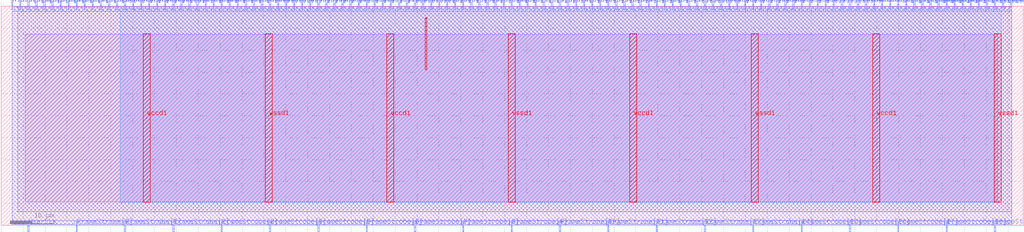
<source format=lef>
VERSION 5.7 ;
  NOWIREEXTENSIONATPIN ON ;
  DIVIDERCHAR "/" ;
  BUSBITCHARS "[]" ;
MACRO S_term_single2
  CLASS BLOCK ;
  FOREIGN S_term_single2 ;
  ORIGIN 0.000 0.000 ;
  SIZE 233.500 BY 50.000 ;
  PIN FrameStrobe[0]
    DIRECTION INPUT ;
    USE SIGNAL ;
    ANTENNAGATEAREA 0.196500 ;
    PORT
      LAYER met2 ;
        RECT 17.110 -1.500 17.390 0.800 ;
    END
  END FrameStrobe[0]
  PIN FrameStrobe[10]
    DIRECTION INPUT ;
    USE SIGNAL ;
    ANTENNAGATEAREA 0.196500 ;
    PORT
      LAYER met2 ;
        RECT 127.510 -1.500 127.790 0.800 ;
    END
  END FrameStrobe[10]
  PIN FrameStrobe[11]
    DIRECTION INPUT ;
    USE SIGNAL ;
    ANTENNAGATEAREA 0.196500 ;
    PORT
      LAYER met2 ;
        RECT 138.550 -1.500 138.830 0.800 ;
    END
  END FrameStrobe[11]
  PIN FrameStrobe[12]
    DIRECTION INPUT ;
    USE SIGNAL ;
    ANTENNAGATEAREA 0.196500 ;
    PORT
      LAYER met2 ;
        RECT 149.590 -1.500 149.870 0.800 ;
    END
  END FrameStrobe[12]
  PIN FrameStrobe[13]
    DIRECTION INPUT ;
    USE SIGNAL ;
    ANTENNAGATEAREA 0.196500 ;
    PORT
      LAYER met2 ;
        RECT 160.630 -1.500 160.910 0.800 ;
    END
  END FrameStrobe[13]
  PIN FrameStrobe[14]
    DIRECTION INPUT ;
    USE SIGNAL ;
    ANTENNAGATEAREA 0.196500 ;
    PORT
      LAYER met2 ;
        RECT 171.670 -1.500 171.950 0.800 ;
    END
  END FrameStrobe[14]
  PIN FrameStrobe[15]
    DIRECTION INPUT ;
    USE SIGNAL ;
    ANTENNAGATEAREA 0.196500 ;
    PORT
      LAYER met2 ;
        RECT 182.710 -1.500 182.990 0.800 ;
    END
  END FrameStrobe[15]
  PIN FrameStrobe[16]
    DIRECTION INPUT ;
    USE SIGNAL ;
    ANTENNAGATEAREA 0.196500 ;
    PORT
      LAYER met2 ;
        RECT 193.750 -1.500 194.030 0.800 ;
    END
  END FrameStrobe[16]
  PIN FrameStrobe[17]
    DIRECTION INPUT ;
    USE SIGNAL ;
    ANTENNAGATEAREA 0.196500 ;
    PORT
      LAYER met2 ;
        RECT 204.790 -1.500 205.070 0.800 ;
    END
  END FrameStrobe[17]
  PIN FrameStrobe[18]
    DIRECTION INPUT ;
    USE SIGNAL ;
    ANTENNAGATEAREA 0.196500 ;
    PORT
      LAYER met2 ;
        RECT 215.830 -1.500 216.110 0.800 ;
    END
  END FrameStrobe[18]
  PIN FrameStrobe[19]
    DIRECTION INPUT ;
    USE SIGNAL ;
    ANTENNAGATEAREA 0.196500 ;
    PORT
      LAYER met2 ;
        RECT 226.870 -1.500 227.150 0.800 ;
    END
  END FrameStrobe[19]
  PIN FrameStrobe[1]
    DIRECTION INPUT ;
    USE SIGNAL ;
    ANTENNAGATEAREA 0.196500 ;
    PORT
      LAYER met2 ;
        RECT 28.150 -1.500 28.430 0.800 ;
    END
  END FrameStrobe[1]
  PIN FrameStrobe[2]
    DIRECTION INPUT ;
    USE SIGNAL ;
    ANTENNAGATEAREA 0.196500 ;
    PORT
      LAYER met2 ;
        RECT 39.190 -1.500 39.470 0.800 ;
    END
  END FrameStrobe[2]
  PIN FrameStrobe[3]
    DIRECTION INPUT ;
    USE SIGNAL ;
    ANTENNAGATEAREA 0.196500 ;
    PORT
      LAYER met2 ;
        RECT 50.230 -1.500 50.510 0.800 ;
    END
  END FrameStrobe[3]
  PIN FrameStrobe[4]
    DIRECTION INPUT ;
    USE SIGNAL ;
    ANTENNAGATEAREA 0.196500 ;
    PORT
      LAYER met2 ;
        RECT 61.270 -1.500 61.550 0.800 ;
    END
  END FrameStrobe[4]
  PIN FrameStrobe[5]
    DIRECTION INPUT ;
    USE SIGNAL ;
    ANTENNAGATEAREA 0.196500 ;
    PORT
      LAYER met2 ;
        RECT 72.310 -1.500 72.590 0.800 ;
    END
  END FrameStrobe[5]
  PIN FrameStrobe[6]
    DIRECTION INPUT ;
    USE SIGNAL ;
    ANTENNAGATEAREA 0.196500 ;
    PORT
      LAYER met2 ;
        RECT 83.350 -1.500 83.630 0.800 ;
    END
  END FrameStrobe[6]
  PIN FrameStrobe[7]
    DIRECTION INPUT ;
    USE SIGNAL ;
    ANTENNAGATEAREA 0.196500 ;
    PORT
      LAYER met2 ;
        RECT 94.390 -1.500 94.670 0.800 ;
    END
  END FrameStrobe[7]
  PIN FrameStrobe[8]
    DIRECTION INPUT ;
    USE SIGNAL ;
    ANTENNAGATEAREA 0.196500 ;
    PORT
      LAYER met2 ;
        RECT 105.430 -1.500 105.710 0.800 ;
    END
  END FrameStrobe[8]
  PIN FrameStrobe[9]
    DIRECTION INPUT ;
    USE SIGNAL ;
    ANTENNAGATEAREA 0.196500 ;
    PORT
      LAYER met2 ;
        RECT 116.470 -1.500 116.750 0.800 ;
    END
  END FrameStrobe[9]
  PIN FrameStrobe_O[0]
    DIRECTION OUTPUT TRISTATE ;
    USE SIGNAL ;
    ANTENNADIFFAREA 0.445500 ;
    PORT
      LAYER met2 ;
        RECT 195.590 49.200 195.870 51.500 ;
    END
  END FrameStrobe_O[0]
  PIN FrameStrobe_O[10]
    DIRECTION OUTPUT TRISTATE ;
    USE SIGNAL ;
    ANTENNADIFFAREA 0.795200 ;
    PORT
      LAYER met2 ;
        RECT 213.990 49.200 214.270 51.500 ;
    END
  END FrameStrobe_O[10]
  PIN FrameStrobe_O[11]
    DIRECTION OUTPUT TRISTATE ;
    USE SIGNAL ;
    ANTENNADIFFAREA 0.795200 ;
    PORT
      LAYER met2 ;
        RECT 215.830 49.200 216.110 51.500 ;
    END
  END FrameStrobe_O[11]
  PIN FrameStrobe_O[12]
    DIRECTION OUTPUT TRISTATE ;
    USE SIGNAL ;
    ANTENNADIFFAREA 0.795200 ;
    PORT
      LAYER met2 ;
        RECT 217.670 49.200 217.950 51.500 ;
    END
  END FrameStrobe_O[12]
  PIN FrameStrobe_O[13]
    DIRECTION OUTPUT TRISTATE ;
    USE SIGNAL ;
    ANTENNADIFFAREA 0.795200 ;
    PORT
      LAYER met2 ;
        RECT 219.510 49.200 219.790 51.500 ;
    END
  END FrameStrobe_O[13]
  PIN FrameStrobe_O[14]
    DIRECTION OUTPUT TRISTATE ;
    USE SIGNAL ;
    ANTENNADIFFAREA 0.795200 ;
    PORT
      LAYER met2 ;
        RECT 221.350 49.200 221.630 51.500 ;
    END
  END FrameStrobe_O[14]
  PIN FrameStrobe_O[15]
    DIRECTION OUTPUT TRISTATE ;
    USE SIGNAL ;
    ANTENNADIFFAREA 0.795200 ;
    PORT
      LAYER met2 ;
        RECT 223.190 49.200 223.470 51.500 ;
    END
  END FrameStrobe_O[15]
  PIN FrameStrobe_O[16]
    DIRECTION OUTPUT TRISTATE ;
    USE SIGNAL ;
    ANTENNADIFFAREA 0.795200 ;
    PORT
      LAYER met2 ;
        RECT 225.030 49.200 225.310 51.500 ;
    END
  END FrameStrobe_O[16]
  PIN FrameStrobe_O[17]
    DIRECTION OUTPUT TRISTATE ;
    USE SIGNAL ;
    ANTENNADIFFAREA 0.795200 ;
    PORT
      LAYER met2 ;
        RECT 226.870 49.200 227.150 51.500 ;
    END
  END FrameStrobe_O[17]
  PIN FrameStrobe_O[18]
    DIRECTION OUTPUT TRISTATE ;
    USE SIGNAL ;
    ANTENNADIFFAREA 0.795200 ;
    PORT
      LAYER met2 ;
        RECT 228.710 49.200 228.990 51.500 ;
    END
  END FrameStrobe_O[18]
  PIN FrameStrobe_O[19]
    DIRECTION OUTPUT TRISTATE ;
    USE SIGNAL ;
    ANTENNADIFFAREA 0.795200 ;
    PORT
      LAYER met2 ;
        RECT 230.550 49.200 230.830 51.500 ;
    END
  END FrameStrobe_O[19]
  PIN FrameStrobe_O[1]
    DIRECTION OUTPUT TRISTATE ;
    USE SIGNAL ;
    ANTENNADIFFAREA 0.795200 ;
    PORT
      LAYER met2 ;
        RECT 197.430 49.200 197.710 51.500 ;
    END
  END FrameStrobe_O[1]
  PIN FrameStrobe_O[2]
    DIRECTION OUTPUT TRISTATE ;
    USE SIGNAL ;
    ANTENNADIFFAREA 0.795200 ;
    PORT
      LAYER met2 ;
        RECT 199.270 49.200 199.550 51.500 ;
    END
  END FrameStrobe_O[2]
  PIN FrameStrobe_O[3]
    DIRECTION OUTPUT TRISTATE ;
    USE SIGNAL ;
    ANTENNADIFFAREA 0.445500 ;
    PORT
      LAYER met2 ;
        RECT 201.110 49.200 201.390 51.500 ;
    END
  END FrameStrobe_O[3]
  PIN FrameStrobe_O[4]
    DIRECTION OUTPUT TRISTATE ;
    USE SIGNAL ;
    ANTENNADIFFAREA 0.445500 ;
    PORT
      LAYER met2 ;
        RECT 202.950 49.200 203.230 51.500 ;
    END
  END FrameStrobe_O[4]
  PIN FrameStrobe_O[5]
    DIRECTION OUTPUT TRISTATE ;
    USE SIGNAL ;
    ANTENNADIFFAREA 0.795200 ;
    PORT
      LAYER met2 ;
        RECT 204.790 49.200 205.070 51.500 ;
    END
  END FrameStrobe_O[5]
  PIN FrameStrobe_O[6]
    DIRECTION OUTPUT TRISTATE ;
    USE SIGNAL ;
    ANTENNADIFFAREA 0.795200 ;
    PORT
      LAYER met2 ;
        RECT 206.630 49.200 206.910 51.500 ;
    END
  END FrameStrobe_O[6]
  PIN FrameStrobe_O[7]
    DIRECTION OUTPUT TRISTATE ;
    USE SIGNAL ;
    ANTENNADIFFAREA 0.795200 ;
    PORT
      LAYER met2 ;
        RECT 208.470 49.200 208.750 51.500 ;
    END
  END FrameStrobe_O[7]
  PIN FrameStrobe_O[8]
    DIRECTION OUTPUT TRISTATE ;
    USE SIGNAL ;
    ANTENNADIFFAREA 0.795200 ;
    PORT
      LAYER met2 ;
        RECT 210.310 49.200 210.590 51.500 ;
    END
  END FrameStrobe_O[8]
  PIN FrameStrobe_O[9]
    DIRECTION OUTPUT TRISTATE ;
    USE SIGNAL ;
    ANTENNADIFFAREA 0.795200 ;
    PORT
      LAYER met2 ;
        RECT 212.150 49.200 212.430 51.500 ;
    END
  END FrameStrobe_O[9]
  PIN N1BEG[0]
    DIRECTION OUTPUT TRISTATE ;
    USE SIGNAL ;
    ANTENNADIFFAREA 0.795200 ;
    PORT
      LAYER met2 ;
        RECT 2.390 49.200 2.670 51.500 ;
    END
  END N1BEG[0]
  PIN N1BEG[1]
    DIRECTION OUTPUT TRISTATE ;
    USE SIGNAL ;
    ANTENNADIFFAREA 0.795200 ;
    PORT
      LAYER met2 ;
        RECT 4.230 49.200 4.510 51.500 ;
    END
  END N1BEG[1]
  PIN N1BEG[2]
    DIRECTION OUTPUT TRISTATE ;
    USE SIGNAL ;
    ANTENNADIFFAREA 0.795200 ;
    PORT
      LAYER met2 ;
        RECT 6.070 49.200 6.350 51.500 ;
    END
  END N1BEG[2]
  PIN N1BEG[3]
    DIRECTION OUTPUT TRISTATE ;
    USE SIGNAL ;
    ANTENNADIFFAREA 0.795200 ;
    PORT
      LAYER met2 ;
        RECT 7.910 49.200 8.190 51.500 ;
    END
  END N1BEG[3]
  PIN N2BEG[0]
    DIRECTION OUTPUT TRISTATE ;
    USE SIGNAL ;
    ANTENNADIFFAREA 0.795200 ;
    PORT
      LAYER met2 ;
        RECT 9.750 49.200 10.030 51.500 ;
    END
  END N2BEG[0]
  PIN N2BEG[1]
    DIRECTION OUTPUT TRISTATE ;
    USE SIGNAL ;
    ANTENNADIFFAREA 0.445500 ;
    PORT
      LAYER met2 ;
        RECT 11.590 49.200 11.870 51.500 ;
    END
  END N2BEG[1]
  PIN N2BEG[2]
    DIRECTION OUTPUT TRISTATE ;
    USE SIGNAL ;
    ANTENNADIFFAREA 0.795200 ;
    PORT
      LAYER met2 ;
        RECT 13.430 49.200 13.710 51.500 ;
    END
  END N2BEG[2]
  PIN N2BEG[3]
    DIRECTION OUTPUT TRISTATE ;
    USE SIGNAL ;
    ANTENNADIFFAREA 0.445500 ;
    PORT
      LAYER met2 ;
        RECT 15.270 49.200 15.550 51.500 ;
    END
  END N2BEG[3]
  PIN N2BEG[4]
    DIRECTION OUTPUT TRISTATE ;
    USE SIGNAL ;
    ANTENNADIFFAREA 0.445500 ;
    PORT
      LAYER met2 ;
        RECT 17.110 49.200 17.390 51.500 ;
    END
  END N2BEG[4]
  PIN N2BEG[5]
    DIRECTION OUTPUT TRISTATE ;
    USE SIGNAL ;
    ANTENNADIFFAREA 0.795200 ;
    PORT
      LAYER met2 ;
        RECT 18.950 49.200 19.230 51.500 ;
    END
  END N2BEG[5]
  PIN N2BEG[6]
    DIRECTION OUTPUT TRISTATE ;
    USE SIGNAL ;
    ANTENNADIFFAREA 0.795200 ;
    PORT
      LAYER met2 ;
        RECT 20.790 49.200 21.070 51.500 ;
    END
  END N2BEG[6]
  PIN N2BEG[7]
    DIRECTION OUTPUT TRISTATE ;
    USE SIGNAL ;
    ANTENNADIFFAREA 0.445500 ;
    PORT
      LAYER met2 ;
        RECT 22.630 49.200 22.910 51.500 ;
    END
  END N2BEG[7]
  PIN N2BEGb[0]
    DIRECTION OUTPUT TRISTATE ;
    USE SIGNAL ;
    ANTENNADIFFAREA 0.445500 ;
    PORT
      LAYER met2 ;
        RECT 24.470 49.200 24.750 51.500 ;
    END
  END N2BEGb[0]
  PIN N2BEGb[1]
    DIRECTION OUTPUT TRISTATE ;
    USE SIGNAL ;
    ANTENNADIFFAREA 0.445500 ;
    PORT
      LAYER met2 ;
        RECT 26.310 49.200 26.590 51.500 ;
    END
  END N2BEGb[1]
  PIN N2BEGb[2]
    DIRECTION OUTPUT TRISTATE ;
    USE SIGNAL ;
    ANTENNADIFFAREA 0.795200 ;
    PORT
      LAYER met2 ;
        RECT 28.150 49.200 28.430 51.500 ;
    END
  END N2BEGb[2]
  PIN N2BEGb[3]
    DIRECTION OUTPUT TRISTATE ;
    USE SIGNAL ;
    ANTENNADIFFAREA 0.445500 ;
    PORT
      LAYER met2 ;
        RECT 29.990 49.200 30.270 51.500 ;
    END
  END N2BEGb[3]
  PIN N2BEGb[4]
    DIRECTION OUTPUT TRISTATE ;
    USE SIGNAL ;
    ANTENNADIFFAREA 0.795200 ;
    PORT
      LAYER met2 ;
        RECT 31.830 49.200 32.110 51.500 ;
    END
  END N2BEGb[4]
  PIN N2BEGb[5]
    DIRECTION OUTPUT TRISTATE ;
    USE SIGNAL ;
    ANTENNADIFFAREA 0.795200 ;
    PORT
      LAYER met2 ;
        RECT 33.670 49.200 33.950 51.500 ;
    END
  END N2BEGb[5]
  PIN N2BEGb[6]
    DIRECTION OUTPUT TRISTATE ;
    USE SIGNAL ;
    ANTENNADIFFAREA 0.795200 ;
    PORT
      LAYER met2 ;
        RECT 35.510 49.200 35.790 51.500 ;
    END
  END N2BEGb[6]
  PIN N2BEGb[7]
    DIRECTION OUTPUT TRISTATE ;
    USE SIGNAL ;
    ANTENNADIFFAREA 0.445500 ;
    PORT
      LAYER met2 ;
        RECT 37.350 49.200 37.630 51.500 ;
    END
  END N2BEGb[7]
  PIN N4BEG[0]
    DIRECTION OUTPUT TRISTATE ;
    USE SIGNAL ;
    ANTENNADIFFAREA 0.445500 ;
    PORT
      LAYER met2 ;
        RECT 39.190 49.200 39.470 51.500 ;
    END
  END N4BEG[0]
  PIN N4BEG[10]
    DIRECTION OUTPUT TRISTATE ;
    USE SIGNAL ;
    ANTENNADIFFAREA 0.795200 ;
    PORT
      LAYER met2 ;
        RECT 57.590 49.200 57.870 51.500 ;
    END
  END N4BEG[10]
  PIN N4BEG[11]
    DIRECTION OUTPUT TRISTATE ;
    USE SIGNAL ;
    ANTENNADIFFAREA 0.445500 ;
    PORT
      LAYER met2 ;
        RECT 59.430 49.200 59.710 51.500 ;
    END
  END N4BEG[11]
  PIN N4BEG[12]
    DIRECTION OUTPUT TRISTATE ;
    USE SIGNAL ;
    ANTENNADIFFAREA 0.795200 ;
    PORT
      LAYER met2 ;
        RECT 61.270 49.200 61.550 51.500 ;
    END
  END N4BEG[12]
  PIN N4BEG[13]
    DIRECTION OUTPUT TRISTATE ;
    USE SIGNAL ;
    ANTENNADIFFAREA 0.795200 ;
    PORT
      LAYER met2 ;
        RECT 63.110 49.200 63.390 51.500 ;
    END
  END N4BEG[13]
  PIN N4BEG[14]
    DIRECTION OUTPUT TRISTATE ;
    USE SIGNAL ;
    ANTENNADIFFAREA 0.445500 ;
    PORT
      LAYER met2 ;
        RECT 64.950 49.200 65.230 51.500 ;
    END
  END N4BEG[14]
  PIN N4BEG[15]
    DIRECTION OUTPUT TRISTATE ;
    USE SIGNAL ;
    ANTENNADIFFAREA 0.445500 ;
    PORT
      LAYER met2 ;
        RECT 66.790 49.200 67.070 51.500 ;
    END
  END N4BEG[15]
  PIN N4BEG[1]
    DIRECTION OUTPUT TRISTATE ;
    USE SIGNAL ;
    ANTENNADIFFAREA 0.795200 ;
    PORT
      LAYER met2 ;
        RECT 41.030 49.200 41.310 51.500 ;
    END
  END N4BEG[1]
  PIN N4BEG[2]
    DIRECTION OUTPUT TRISTATE ;
    USE SIGNAL ;
    ANTENNADIFFAREA 0.445500 ;
    PORT
      LAYER met2 ;
        RECT 42.870 49.200 43.150 51.500 ;
    END
  END N4BEG[2]
  PIN N4BEG[3]
    DIRECTION OUTPUT TRISTATE ;
    USE SIGNAL ;
    ANTENNADIFFAREA 0.795200 ;
    PORT
      LAYER met2 ;
        RECT 44.710 49.200 44.990 51.500 ;
    END
  END N4BEG[3]
  PIN N4BEG[4]
    DIRECTION OUTPUT TRISTATE ;
    USE SIGNAL ;
    ANTENNADIFFAREA 0.445500 ;
    PORT
      LAYER met2 ;
        RECT 46.550 49.200 46.830 51.500 ;
    END
  END N4BEG[4]
  PIN N4BEG[5]
    DIRECTION OUTPUT TRISTATE ;
    USE SIGNAL ;
    ANTENNADIFFAREA 0.795200 ;
    PORT
      LAYER met2 ;
        RECT 48.390 49.200 48.670 51.500 ;
    END
  END N4BEG[5]
  PIN N4BEG[6]
    DIRECTION OUTPUT TRISTATE ;
    USE SIGNAL ;
    ANTENNADIFFAREA 0.445500 ;
    PORT
      LAYER met2 ;
        RECT 50.230 49.200 50.510 51.500 ;
    END
  END N4BEG[6]
  PIN N4BEG[7]
    DIRECTION OUTPUT TRISTATE ;
    USE SIGNAL ;
    ANTENNADIFFAREA 0.445500 ;
    PORT
      LAYER met2 ;
        RECT 52.070 49.200 52.350 51.500 ;
    END
  END N4BEG[7]
  PIN N4BEG[8]
    DIRECTION OUTPUT TRISTATE ;
    USE SIGNAL ;
    ANTENNADIFFAREA 0.445500 ;
    PORT
      LAYER met2 ;
        RECT 53.910 49.200 54.190 51.500 ;
    END
  END N4BEG[8]
  PIN N4BEG[9]
    DIRECTION OUTPUT TRISTATE ;
    USE SIGNAL ;
    ANTENNADIFFAREA 0.795200 ;
    PORT
      LAYER met2 ;
        RECT 55.750 49.200 56.030 51.500 ;
    END
  END N4BEG[9]
  PIN NN4BEG[0]
    DIRECTION OUTPUT TRISTATE ;
    USE SIGNAL ;
    ANTENNADIFFAREA 0.795200 ;
    PORT
      LAYER met2 ;
        RECT 68.630 49.200 68.910 51.500 ;
    END
  END NN4BEG[0]
  PIN NN4BEG[10]
    DIRECTION OUTPUT TRISTATE ;
    USE SIGNAL ;
    ANTENNADIFFAREA 0.445500 ;
    PORT
      LAYER met2 ;
        RECT 87.030 49.200 87.310 51.500 ;
    END
  END NN4BEG[10]
  PIN NN4BEG[11]
    DIRECTION OUTPUT TRISTATE ;
    USE SIGNAL ;
    ANTENNADIFFAREA 0.795200 ;
    PORT
      LAYER met2 ;
        RECT 88.870 49.200 89.150 51.500 ;
    END
  END NN4BEG[11]
  PIN NN4BEG[12]
    DIRECTION OUTPUT TRISTATE ;
    USE SIGNAL ;
    ANTENNADIFFAREA 0.445500 ;
    PORT
      LAYER met2 ;
        RECT 90.710 49.200 90.990 51.500 ;
    END
  END NN4BEG[12]
  PIN NN4BEG[13]
    DIRECTION OUTPUT TRISTATE ;
    USE SIGNAL ;
    ANTENNADIFFAREA 0.445500 ;
    PORT
      LAYER met2 ;
        RECT 92.550 49.200 92.830 51.500 ;
    END
  END NN4BEG[13]
  PIN NN4BEG[14]
    DIRECTION OUTPUT TRISTATE ;
    USE SIGNAL ;
    ANTENNADIFFAREA 0.795200 ;
    PORT
      LAYER met2 ;
        RECT 94.390 49.200 94.670 51.500 ;
    END
  END NN4BEG[14]
  PIN NN4BEG[15]
    DIRECTION OUTPUT TRISTATE ;
    USE SIGNAL ;
    ANTENNADIFFAREA 0.795200 ;
    PORT
      LAYER met2 ;
        RECT 96.230 49.200 96.510 51.500 ;
    END
  END NN4BEG[15]
  PIN NN4BEG[1]
    DIRECTION OUTPUT TRISTATE ;
    USE SIGNAL ;
    ANTENNADIFFAREA 0.795200 ;
    PORT
      LAYER met2 ;
        RECT 70.470 49.200 70.750 51.500 ;
    END
  END NN4BEG[1]
  PIN NN4BEG[2]
    DIRECTION OUTPUT TRISTATE ;
    USE SIGNAL ;
    ANTENNADIFFAREA 0.445500 ;
    PORT
      LAYER met2 ;
        RECT 72.310 49.200 72.590 51.500 ;
    END
  END NN4BEG[2]
  PIN NN4BEG[3]
    DIRECTION OUTPUT TRISTATE ;
    USE SIGNAL ;
    ANTENNADIFFAREA 0.445500 ;
    PORT
      LAYER met2 ;
        RECT 74.150 49.200 74.430 51.500 ;
    END
  END NN4BEG[3]
  PIN NN4BEG[4]
    DIRECTION OUTPUT TRISTATE ;
    USE SIGNAL ;
    ANTENNADIFFAREA 0.795200 ;
    PORT
      LAYER met2 ;
        RECT 75.990 49.200 76.270 51.500 ;
    END
  END NN4BEG[4]
  PIN NN4BEG[5]
    DIRECTION OUTPUT TRISTATE ;
    USE SIGNAL ;
    ANTENNADIFFAREA 0.445500 ;
    PORT
      LAYER met2 ;
        RECT 77.830 49.200 78.110 51.500 ;
    END
  END NN4BEG[5]
  PIN NN4BEG[6]
    DIRECTION OUTPUT TRISTATE ;
    USE SIGNAL ;
    ANTENNADIFFAREA 0.445500 ;
    PORT
      LAYER met2 ;
        RECT 79.670 49.200 79.950 51.500 ;
    END
  END NN4BEG[6]
  PIN NN4BEG[7]
    DIRECTION OUTPUT TRISTATE ;
    USE SIGNAL ;
    ANTENNADIFFAREA 0.445500 ;
    PORT
      LAYER met2 ;
        RECT 81.510 49.200 81.790 51.500 ;
    END
  END NN4BEG[7]
  PIN NN4BEG[8]
    DIRECTION OUTPUT TRISTATE ;
    USE SIGNAL ;
    ANTENNADIFFAREA 0.795200 ;
    PORT
      LAYER met2 ;
        RECT 83.350 49.200 83.630 51.500 ;
    END
  END NN4BEG[8]
  PIN NN4BEG[9]
    DIRECTION OUTPUT TRISTATE ;
    USE SIGNAL ;
    ANTENNADIFFAREA 0.445500 ;
    PORT
      LAYER met2 ;
        RECT 85.190 49.200 85.470 51.500 ;
    END
  END NN4BEG[9]
  PIN S1END[0]
    DIRECTION INPUT ;
    USE SIGNAL ;
    ANTENNAGATEAREA 0.196500 ;
    PORT
      LAYER met2 ;
        RECT 98.070 49.200 98.350 51.500 ;
    END
  END S1END[0]
  PIN S1END[1]
    DIRECTION INPUT ;
    USE SIGNAL ;
    ANTENNAGATEAREA 0.196500 ;
    PORT
      LAYER met2 ;
        RECT 99.910 49.200 100.190 51.500 ;
    END
  END S1END[1]
  PIN S1END[2]
    DIRECTION INPUT ;
    USE SIGNAL ;
    ANTENNAGATEAREA 0.196500 ;
    PORT
      LAYER met2 ;
        RECT 101.750 49.200 102.030 51.500 ;
    END
  END S1END[2]
  PIN S1END[3]
    DIRECTION INPUT ;
    USE SIGNAL ;
    ANTENNAGATEAREA 0.196500 ;
    PORT
      LAYER met2 ;
        RECT 103.590 49.200 103.870 51.500 ;
    END
  END S1END[3]
  PIN S2END[0]
    DIRECTION INPUT ;
    USE SIGNAL ;
    ANTENNAGATEAREA 0.196500 ;
    PORT
      LAYER met2 ;
        RECT 105.430 49.200 105.710 51.500 ;
    END
  END S2END[0]
  PIN S2END[1]
    DIRECTION INPUT ;
    USE SIGNAL ;
    ANTENNAGATEAREA 0.196500 ;
    PORT
      LAYER met2 ;
        RECT 107.270 49.200 107.550 51.500 ;
    END
  END S2END[1]
  PIN S2END[2]
    DIRECTION INPUT ;
    USE SIGNAL ;
    ANTENNAGATEAREA 0.196500 ;
    PORT
      LAYER met2 ;
        RECT 109.110 49.200 109.390 51.500 ;
    END
  END S2END[2]
  PIN S2END[3]
    DIRECTION INPUT ;
    USE SIGNAL ;
    ANTENNAGATEAREA 0.196500 ;
    PORT
      LAYER met2 ;
        RECT 110.950 49.200 111.230 51.500 ;
    END
  END S2END[3]
  PIN S2END[4]
    DIRECTION INPUT ;
    USE SIGNAL ;
    ANTENNAGATEAREA 0.196500 ;
    PORT
      LAYER met2 ;
        RECT 112.790 49.200 113.070 51.500 ;
    END
  END S2END[4]
  PIN S2END[5]
    DIRECTION INPUT ;
    USE SIGNAL ;
    ANTENNAGATEAREA 0.196500 ;
    PORT
      LAYER met2 ;
        RECT 114.630 49.200 114.910 51.500 ;
    END
  END S2END[5]
  PIN S2END[6]
    DIRECTION INPUT ;
    USE SIGNAL ;
    ANTENNAGATEAREA 0.196500 ;
    PORT
      LAYER met2 ;
        RECT 116.470 49.200 116.750 51.500 ;
    END
  END S2END[6]
  PIN S2END[7]
    DIRECTION INPUT ;
    USE SIGNAL ;
    ANTENNAGATEAREA 0.196500 ;
    PORT
      LAYER met2 ;
        RECT 118.310 49.200 118.590 51.500 ;
    END
  END S2END[7]
  PIN S2MID[0]
    DIRECTION INPUT ;
    USE SIGNAL ;
    ANTENNAGATEAREA 0.196500 ;
    PORT
      LAYER met2 ;
        RECT 120.150 49.200 120.430 51.500 ;
    END
  END S2MID[0]
  PIN S2MID[1]
    DIRECTION INPUT ;
    USE SIGNAL ;
    ANTENNAGATEAREA 0.196500 ;
    PORT
      LAYER met2 ;
        RECT 121.990 49.200 122.270 51.500 ;
    END
  END S2MID[1]
  PIN S2MID[2]
    DIRECTION INPUT ;
    USE SIGNAL ;
    ANTENNAGATEAREA 0.196500 ;
    PORT
      LAYER met2 ;
        RECT 123.830 49.200 124.110 51.500 ;
    END
  END S2MID[2]
  PIN S2MID[3]
    DIRECTION INPUT ;
    USE SIGNAL ;
    ANTENNAGATEAREA 0.196500 ;
    PORT
      LAYER met2 ;
        RECT 125.670 49.200 125.950 51.500 ;
    END
  END S2MID[3]
  PIN S2MID[4]
    DIRECTION INPUT ;
    USE SIGNAL ;
    ANTENNAGATEAREA 0.196500 ;
    PORT
      LAYER met2 ;
        RECT 127.510 49.200 127.790 51.500 ;
    END
  END S2MID[4]
  PIN S2MID[5]
    DIRECTION INPUT ;
    USE SIGNAL ;
    ANTENNAGATEAREA 0.196500 ;
    PORT
      LAYER met2 ;
        RECT 129.350 49.200 129.630 51.500 ;
    END
  END S2MID[5]
  PIN S2MID[6]
    DIRECTION INPUT ;
    USE SIGNAL ;
    ANTENNAGATEAREA 0.196500 ;
    PORT
      LAYER met2 ;
        RECT 131.190 49.200 131.470 51.500 ;
    END
  END S2MID[6]
  PIN S2MID[7]
    DIRECTION INPUT ;
    USE SIGNAL ;
    ANTENNAGATEAREA 0.196500 ;
    PORT
      LAYER met2 ;
        RECT 133.030 49.200 133.310 51.500 ;
    END
  END S2MID[7]
  PIN S4END[0]
    DIRECTION INPUT ;
    USE SIGNAL ;
    ANTENNAGATEAREA 0.196500 ;
    PORT
      LAYER met2 ;
        RECT 134.870 49.200 135.150 51.500 ;
    END
  END S4END[0]
  PIN S4END[10]
    DIRECTION INPUT ;
    USE SIGNAL ;
    ANTENNAGATEAREA 0.196500 ;
    PORT
      LAYER met2 ;
        RECT 153.270 49.200 153.550 51.500 ;
    END
  END S4END[10]
  PIN S4END[11]
    DIRECTION INPUT ;
    USE SIGNAL ;
    ANTENNAGATEAREA 0.196500 ;
    PORT
      LAYER met2 ;
        RECT 155.110 49.200 155.390 51.500 ;
    END
  END S4END[11]
  PIN S4END[12]
    DIRECTION INPUT ;
    USE SIGNAL ;
    ANTENNAGATEAREA 0.196500 ;
    PORT
      LAYER met2 ;
        RECT 156.950 49.200 157.230 51.500 ;
    END
  END S4END[12]
  PIN S4END[13]
    DIRECTION INPUT ;
    USE SIGNAL ;
    ANTENNAGATEAREA 0.196500 ;
    PORT
      LAYER met2 ;
        RECT 158.790 49.200 159.070 51.500 ;
    END
  END S4END[13]
  PIN S4END[14]
    DIRECTION INPUT ;
    USE SIGNAL ;
    ANTENNAGATEAREA 0.196500 ;
    PORT
      LAYER met2 ;
        RECT 160.630 49.200 160.910 51.500 ;
    END
  END S4END[14]
  PIN S4END[15]
    DIRECTION INPUT ;
    USE SIGNAL ;
    ANTENNAGATEAREA 0.196500 ;
    PORT
      LAYER met2 ;
        RECT 162.470 49.200 162.750 51.500 ;
    END
  END S4END[15]
  PIN S4END[1]
    DIRECTION INPUT ;
    USE SIGNAL ;
    ANTENNAGATEAREA 0.196500 ;
    PORT
      LAYER met2 ;
        RECT 136.710 49.200 136.990 51.500 ;
    END
  END S4END[1]
  PIN S4END[2]
    DIRECTION INPUT ;
    USE SIGNAL ;
    ANTENNAGATEAREA 0.196500 ;
    PORT
      LAYER met2 ;
        RECT 138.550 49.200 138.830 51.500 ;
    END
  END S4END[2]
  PIN S4END[3]
    DIRECTION INPUT ;
    USE SIGNAL ;
    ANTENNAGATEAREA 0.196500 ;
    PORT
      LAYER met2 ;
        RECT 140.390 49.200 140.670 51.500 ;
    END
  END S4END[3]
  PIN S4END[4]
    DIRECTION INPUT ;
    USE SIGNAL ;
    ANTENNAGATEAREA 0.196500 ;
    PORT
      LAYER met2 ;
        RECT 142.230 49.200 142.510 51.500 ;
    END
  END S4END[4]
  PIN S4END[5]
    DIRECTION INPUT ;
    USE SIGNAL ;
    ANTENNAGATEAREA 0.196500 ;
    PORT
      LAYER met2 ;
        RECT 144.070 49.200 144.350 51.500 ;
    END
  END S4END[5]
  PIN S4END[6]
    DIRECTION INPUT ;
    USE SIGNAL ;
    ANTENNAGATEAREA 0.196500 ;
    PORT
      LAYER met2 ;
        RECT 145.910 49.200 146.190 51.500 ;
    END
  END S4END[6]
  PIN S4END[7]
    DIRECTION INPUT ;
    USE SIGNAL ;
    ANTENNAGATEAREA 0.196500 ;
    PORT
      LAYER met2 ;
        RECT 147.750 49.200 148.030 51.500 ;
    END
  END S4END[7]
  PIN S4END[8]
    DIRECTION INPUT ;
    USE SIGNAL ;
    ANTENNAGATEAREA 0.196500 ;
    PORT
      LAYER met2 ;
        RECT 149.590 49.200 149.870 51.500 ;
    END
  END S4END[8]
  PIN S4END[9]
    DIRECTION INPUT ;
    USE SIGNAL ;
    ANTENNAGATEAREA 0.196500 ;
    PORT
      LAYER met2 ;
        RECT 151.430 49.200 151.710 51.500 ;
    END
  END S4END[9]
  PIN SS4END[0]
    DIRECTION INPUT ;
    USE SIGNAL ;
    ANTENNAGATEAREA 0.196500 ;
    PORT
      LAYER met2 ;
        RECT 164.310 49.200 164.590 51.500 ;
    END
  END SS4END[0]
  PIN SS4END[10]
    DIRECTION INPUT ;
    USE SIGNAL ;
    ANTENNAGATEAREA 0.196500 ;
    PORT
      LAYER met2 ;
        RECT 182.710 49.200 182.990 51.500 ;
    END
  END SS4END[10]
  PIN SS4END[11]
    DIRECTION INPUT ;
    USE SIGNAL ;
    ANTENNAGATEAREA 0.196500 ;
    PORT
      LAYER met2 ;
        RECT 184.550 49.200 184.830 51.500 ;
    END
  END SS4END[11]
  PIN SS4END[12]
    DIRECTION INPUT ;
    USE SIGNAL ;
    ANTENNAGATEAREA 0.196500 ;
    PORT
      LAYER met2 ;
        RECT 186.390 49.200 186.670 51.500 ;
    END
  END SS4END[12]
  PIN SS4END[13]
    DIRECTION INPUT ;
    USE SIGNAL ;
    ANTENNAGATEAREA 0.196500 ;
    PORT
      LAYER met2 ;
        RECT 188.230 49.200 188.510 51.500 ;
    END
  END SS4END[13]
  PIN SS4END[14]
    DIRECTION INPUT ;
    USE SIGNAL ;
    ANTENNAGATEAREA 0.196500 ;
    PORT
      LAYER met2 ;
        RECT 190.070 49.200 190.350 51.500 ;
    END
  END SS4END[14]
  PIN SS4END[15]
    DIRECTION INPUT ;
    USE SIGNAL ;
    ANTENNAGATEAREA 0.196500 ;
    PORT
      LAYER met2 ;
        RECT 191.910 49.200 192.190 51.500 ;
    END
  END SS4END[15]
  PIN SS4END[1]
    DIRECTION INPUT ;
    USE SIGNAL ;
    ANTENNAGATEAREA 0.196500 ;
    PORT
      LAYER met2 ;
        RECT 166.150 49.200 166.430 51.500 ;
    END
  END SS4END[1]
  PIN SS4END[2]
    DIRECTION INPUT ;
    USE SIGNAL ;
    ANTENNAGATEAREA 0.196500 ;
    PORT
      LAYER met2 ;
        RECT 167.990 49.200 168.270 51.500 ;
    END
  END SS4END[2]
  PIN SS4END[3]
    DIRECTION INPUT ;
    USE SIGNAL ;
    ANTENNAGATEAREA 0.196500 ;
    PORT
      LAYER met2 ;
        RECT 169.830 49.200 170.110 51.500 ;
    END
  END SS4END[3]
  PIN SS4END[4]
    DIRECTION INPUT ;
    USE SIGNAL ;
    ANTENNAGATEAREA 0.196500 ;
    PORT
      LAYER met2 ;
        RECT 171.670 49.200 171.950 51.500 ;
    END
  END SS4END[4]
  PIN SS4END[5]
    DIRECTION INPUT ;
    USE SIGNAL ;
    ANTENNAGATEAREA 0.196500 ;
    PORT
      LAYER met2 ;
        RECT 173.510 49.200 173.790 51.500 ;
    END
  END SS4END[5]
  PIN SS4END[6]
    DIRECTION INPUT ;
    USE SIGNAL ;
    ANTENNAGATEAREA 0.196500 ;
    PORT
      LAYER met2 ;
        RECT 175.350 49.200 175.630 51.500 ;
    END
  END SS4END[6]
  PIN SS4END[7]
    DIRECTION INPUT ;
    USE SIGNAL ;
    ANTENNAGATEAREA 0.196500 ;
    PORT
      LAYER met2 ;
        RECT 177.190 49.200 177.470 51.500 ;
    END
  END SS4END[7]
  PIN SS4END[8]
    DIRECTION INPUT ;
    USE SIGNAL ;
    ANTENNAGATEAREA 0.196500 ;
    PORT
      LAYER met2 ;
        RECT 179.030 49.200 179.310 51.500 ;
    END
  END SS4END[8]
  PIN SS4END[9]
    DIRECTION INPUT ;
    USE SIGNAL ;
    ANTENNAGATEAREA 0.196500 ;
    PORT
      LAYER met2 ;
        RECT 180.870 49.200 181.150 51.500 ;
    END
  END SS4END[9]
  PIN UserCLK
    DIRECTION INPUT ;
    USE SIGNAL ;
    ANTENNAGATEAREA 0.196500 ;
    PORT
      LAYER met2 ;
        RECT 6.070 -1.500 6.350 0.800 ;
    END
  END UserCLK
  PIN UserCLKo
    DIRECTION OUTPUT TRISTATE ;
    USE SIGNAL ;
    ANTENNADIFFAREA 0.795200 ;
    PORT
      LAYER met2 ;
        RECT 193.750 49.200 194.030 51.500 ;
    END
  END UserCLKo
  PIN vccd1
    DIRECTION INOUT ;
    USE POWER ;
    PORT
      LAYER met4 ;
        RECT 32.490 5.200 34.090 43.760 ;
    END
    PORT
      LAYER met4 ;
        RECT 88.030 5.200 89.630 43.760 ;
    END
    PORT
      LAYER met4 ;
        RECT 143.570 5.200 145.170 43.760 ;
    END
    PORT
      LAYER met4 ;
        RECT 199.110 5.200 200.710 43.760 ;
    END
  END vccd1
  PIN vssd1
    DIRECTION INOUT ;
    USE GROUND ;
    PORT
      LAYER met4 ;
        RECT 60.260 5.200 61.860 43.760 ;
    END
    PORT
      LAYER met4 ;
        RECT 115.800 5.200 117.400 43.760 ;
    END
    PORT
      LAYER met4 ;
        RECT 171.340 5.200 172.940 43.760 ;
    END
    PORT
      LAYER met4 ;
        RECT 226.880 5.200 228.480 43.760 ;
    END
  END vssd1
  OBS
      LAYER li1 ;
        RECT 5.520 5.355 227.700 43.605 ;
      LAYER met1 ;
        RECT 3.750 3.100 230.850 49.940 ;
      LAYER met2 ;
        RECT 2.950 48.920 3.950 49.970 ;
        RECT 4.790 48.920 5.790 49.970 ;
        RECT 6.630 48.920 7.630 49.970 ;
        RECT 8.470 48.920 9.470 49.970 ;
        RECT 10.310 48.920 11.310 49.970 ;
        RECT 12.150 48.920 13.150 49.970 ;
        RECT 13.990 48.920 14.990 49.970 ;
        RECT 15.830 48.920 16.830 49.970 ;
        RECT 17.670 48.920 18.670 49.970 ;
        RECT 19.510 48.920 20.510 49.970 ;
        RECT 21.350 48.920 22.350 49.970 ;
        RECT 23.190 48.920 24.190 49.970 ;
        RECT 25.030 48.920 26.030 49.970 ;
        RECT 26.870 48.920 27.870 49.970 ;
        RECT 28.710 48.920 29.710 49.970 ;
        RECT 30.550 48.920 31.550 49.970 ;
        RECT 32.390 48.920 33.390 49.970 ;
        RECT 34.230 48.920 35.230 49.970 ;
        RECT 36.070 48.920 37.070 49.970 ;
        RECT 37.910 48.920 38.910 49.970 ;
        RECT 39.750 48.920 40.750 49.970 ;
        RECT 41.590 48.920 42.590 49.970 ;
        RECT 43.430 48.920 44.430 49.970 ;
        RECT 45.270 48.920 46.270 49.970 ;
        RECT 47.110 48.920 48.110 49.970 ;
        RECT 48.950 48.920 49.950 49.970 ;
        RECT 50.790 48.920 51.790 49.970 ;
        RECT 52.630 48.920 53.630 49.970 ;
        RECT 54.470 48.920 55.470 49.970 ;
        RECT 56.310 48.920 57.310 49.970 ;
        RECT 58.150 48.920 59.150 49.970 ;
        RECT 59.990 48.920 60.990 49.970 ;
        RECT 61.830 48.920 62.830 49.970 ;
        RECT 63.670 48.920 64.670 49.970 ;
        RECT 65.510 48.920 66.510 49.970 ;
        RECT 67.350 48.920 68.350 49.970 ;
        RECT 69.190 48.920 70.190 49.970 ;
        RECT 71.030 48.920 72.030 49.970 ;
        RECT 72.870 48.920 73.870 49.970 ;
        RECT 74.710 48.920 75.710 49.970 ;
        RECT 76.550 48.920 77.550 49.970 ;
        RECT 78.390 48.920 79.390 49.970 ;
        RECT 80.230 48.920 81.230 49.970 ;
        RECT 82.070 48.920 83.070 49.970 ;
        RECT 83.910 48.920 84.910 49.970 ;
        RECT 85.750 48.920 86.750 49.970 ;
        RECT 87.590 48.920 88.590 49.970 ;
        RECT 89.430 48.920 90.430 49.970 ;
        RECT 91.270 48.920 92.270 49.970 ;
        RECT 93.110 48.920 94.110 49.970 ;
        RECT 94.950 48.920 95.950 49.970 ;
        RECT 96.790 48.920 97.790 49.970 ;
        RECT 98.630 48.920 99.630 49.970 ;
        RECT 100.470 48.920 101.470 49.970 ;
        RECT 102.310 48.920 103.310 49.970 ;
        RECT 104.150 48.920 105.150 49.970 ;
        RECT 105.990 48.920 106.990 49.970 ;
        RECT 107.830 48.920 108.830 49.970 ;
        RECT 109.670 48.920 110.670 49.970 ;
        RECT 111.510 48.920 112.510 49.970 ;
        RECT 113.350 48.920 114.350 49.970 ;
        RECT 115.190 48.920 116.190 49.970 ;
        RECT 117.030 48.920 118.030 49.970 ;
        RECT 118.870 48.920 119.870 49.970 ;
        RECT 120.710 48.920 121.710 49.970 ;
        RECT 122.550 48.920 123.550 49.970 ;
        RECT 124.390 48.920 125.390 49.970 ;
        RECT 126.230 48.920 127.230 49.970 ;
        RECT 128.070 48.920 129.070 49.970 ;
        RECT 129.910 48.920 130.910 49.970 ;
        RECT 131.750 48.920 132.750 49.970 ;
        RECT 133.590 48.920 134.590 49.970 ;
        RECT 135.430 48.920 136.430 49.970 ;
        RECT 137.270 48.920 138.270 49.970 ;
        RECT 139.110 48.920 140.110 49.970 ;
        RECT 140.950 48.920 141.950 49.970 ;
        RECT 142.790 48.920 143.790 49.970 ;
        RECT 144.630 48.920 145.630 49.970 ;
        RECT 146.470 48.920 147.470 49.970 ;
        RECT 148.310 48.920 149.310 49.970 ;
        RECT 150.150 48.920 151.150 49.970 ;
        RECT 151.990 48.920 152.990 49.970 ;
        RECT 153.830 48.920 154.830 49.970 ;
        RECT 155.670 48.920 156.670 49.970 ;
        RECT 157.510 48.920 158.510 49.970 ;
        RECT 159.350 48.920 160.350 49.970 ;
        RECT 161.190 48.920 162.190 49.970 ;
        RECT 163.030 48.920 164.030 49.970 ;
        RECT 164.870 48.920 165.870 49.970 ;
        RECT 166.710 48.920 167.710 49.970 ;
        RECT 168.550 48.920 169.550 49.970 ;
        RECT 170.390 48.920 171.390 49.970 ;
        RECT 172.230 48.920 173.230 49.970 ;
        RECT 174.070 48.920 175.070 49.970 ;
        RECT 175.910 48.920 176.910 49.970 ;
        RECT 177.750 48.920 178.750 49.970 ;
        RECT 179.590 48.920 180.590 49.970 ;
        RECT 181.430 48.920 182.430 49.970 ;
        RECT 183.270 48.920 184.270 49.970 ;
        RECT 185.110 48.920 186.110 49.970 ;
        RECT 186.950 48.920 187.950 49.970 ;
        RECT 188.790 48.920 189.790 49.970 ;
        RECT 190.630 48.920 191.630 49.970 ;
        RECT 192.470 48.920 193.470 49.970 ;
        RECT 194.310 48.920 195.310 49.970 ;
        RECT 196.150 48.920 197.150 49.970 ;
        RECT 197.990 48.920 198.990 49.970 ;
        RECT 199.830 48.920 200.830 49.970 ;
        RECT 201.670 48.920 202.670 49.970 ;
        RECT 203.510 48.920 204.510 49.970 ;
        RECT 205.350 48.920 206.350 49.970 ;
        RECT 207.190 48.920 208.190 49.970 ;
        RECT 209.030 48.920 210.030 49.970 ;
        RECT 210.870 48.920 211.870 49.970 ;
        RECT 212.710 48.920 213.710 49.970 ;
        RECT 214.550 48.920 215.550 49.970 ;
        RECT 216.390 48.920 217.390 49.970 ;
        RECT 218.230 48.920 219.230 49.970 ;
        RECT 220.070 48.920 221.070 49.970 ;
        RECT 221.910 48.920 222.910 49.970 ;
        RECT 223.750 48.920 224.750 49.970 ;
        RECT 225.590 48.920 226.590 49.970 ;
        RECT 227.430 48.920 228.430 49.970 ;
        RECT 229.270 48.920 230.270 49.970 ;
        RECT 2.460 1.080 230.820 48.920 ;
        RECT 2.460 0.270 5.790 1.080 ;
        RECT 6.630 0.270 16.830 1.080 ;
        RECT 17.670 0.270 27.870 1.080 ;
        RECT 28.710 0.270 38.910 1.080 ;
        RECT 39.750 0.270 49.950 1.080 ;
        RECT 50.790 0.270 60.990 1.080 ;
        RECT 61.830 0.270 72.030 1.080 ;
        RECT 72.870 0.270 83.070 1.080 ;
        RECT 83.910 0.270 94.110 1.080 ;
        RECT 94.950 0.270 105.150 1.080 ;
        RECT 105.990 0.270 116.190 1.080 ;
        RECT 117.030 0.270 127.230 1.080 ;
        RECT 128.070 0.270 138.270 1.080 ;
        RECT 139.110 0.270 149.310 1.080 ;
        RECT 150.150 0.270 160.350 1.080 ;
        RECT 161.190 0.270 171.390 1.080 ;
        RECT 172.230 0.270 182.430 1.080 ;
        RECT 183.270 0.270 193.470 1.080 ;
        RECT 194.310 0.270 204.510 1.080 ;
        RECT 205.350 0.270 215.550 1.080 ;
        RECT 216.390 0.270 226.590 1.080 ;
        RECT 227.430 0.270 230.820 1.080 ;
      LAYER met3 ;
        RECT 27.205 5.275 228.470 49.465 ;
      LAYER met4 ;
        RECT 96.895 35.535 97.225 47.425 ;
  END
END S_term_single2
END LIBRARY


</source>
